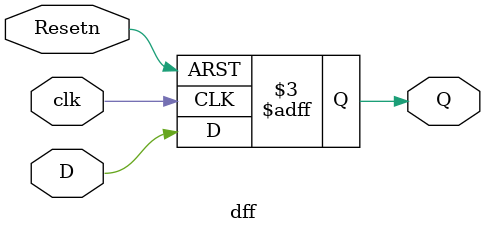
<source format=v>
module dff(D, clk, Q, Resetn);
input D, clk, Resetn; 
output Q; 
reg Q;
always@(posedge clk, negedge Resetn)
if(!Resetn)
Q<=0;
else
Q<=D; 
endmodule

</source>
